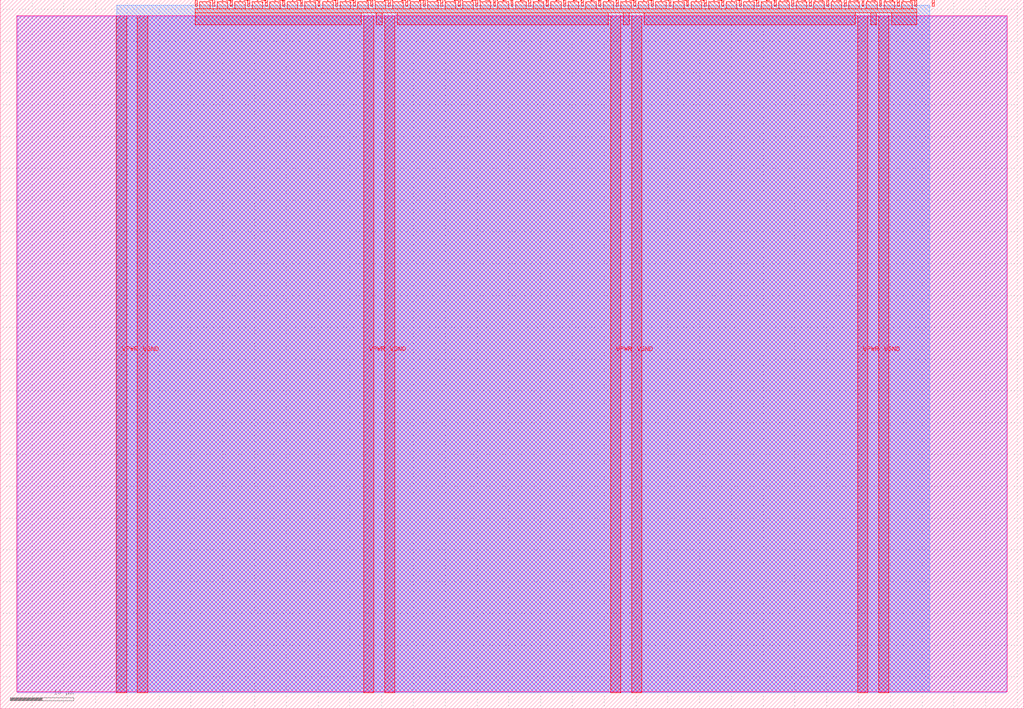
<source format=lef>
VERSION 5.7 ;
  NOWIREEXTENSIONATPIN ON ;
  DIVIDERCHAR "/" ;
  BUSBITCHARS "[]" ;
MACRO tt_um_wokwi_442987754017012737
  CLASS BLOCK ;
  FOREIGN tt_um_wokwi_442987754017012737 ;
  ORIGIN 0.000 0.000 ;
  SIZE 161.000 BY 111.520 ;
  PIN VGND
    DIRECTION INOUT ;
    USE GROUND ;
    PORT
      LAYER met4 ;
        RECT 21.580 2.480 23.180 109.040 ;
    END
    PORT
      LAYER met4 ;
        RECT 60.450 2.480 62.050 109.040 ;
    END
    PORT
      LAYER met4 ;
        RECT 99.320 2.480 100.920 109.040 ;
    END
    PORT
      LAYER met4 ;
        RECT 138.190 2.480 139.790 109.040 ;
    END
  END VGND
  PIN VPWR
    DIRECTION INOUT ;
    USE POWER ;
    PORT
      LAYER met4 ;
        RECT 18.280 2.480 19.880 109.040 ;
    END
    PORT
      LAYER met4 ;
        RECT 57.150 2.480 58.750 109.040 ;
    END
    PORT
      LAYER met4 ;
        RECT 96.020 2.480 97.620 109.040 ;
    END
    PORT
      LAYER met4 ;
        RECT 134.890 2.480 136.490 109.040 ;
    END
  END VPWR
  PIN clk
    DIRECTION INPUT ;
    USE SIGNAL ;
    ANTENNAGATEAREA 0.159000 ;
    PORT
      LAYER met4 ;
        RECT 143.830 110.520 144.130 111.520 ;
    END
  END clk
  PIN ena
    DIRECTION INPUT ;
    USE SIGNAL ;
    PORT
      LAYER met4 ;
        RECT 146.590 110.520 146.890 111.520 ;
    END
  END ena
  PIN rst_n
    DIRECTION INPUT ;
    USE SIGNAL ;
    ANTENNAGATEAREA 0.196500 ;
    PORT
      LAYER met4 ;
        RECT 141.070 110.520 141.370 111.520 ;
    END
  END rst_n
  PIN ui_in[0]
    DIRECTION INPUT ;
    USE SIGNAL ;
    ANTENNAGATEAREA 0.196500 ;
    PORT
      LAYER met4 ;
        RECT 138.310 110.520 138.610 111.520 ;
    END
  END ui_in[0]
  PIN ui_in[1]
    DIRECTION INPUT ;
    USE SIGNAL ;
    ANTENNAGATEAREA 0.196500 ;
    PORT
      LAYER met4 ;
        RECT 135.550 110.520 135.850 111.520 ;
    END
  END ui_in[1]
  PIN ui_in[2]
    DIRECTION INPUT ;
    USE SIGNAL ;
    ANTENNAGATEAREA 0.196500 ;
    PORT
      LAYER met4 ;
        RECT 132.790 110.520 133.090 111.520 ;
    END
  END ui_in[2]
  PIN ui_in[3]
    DIRECTION INPUT ;
    USE SIGNAL ;
    ANTENNAGATEAREA 0.196500 ;
    PORT
      LAYER met4 ;
        RECT 130.030 110.520 130.330 111.520 ;
    END
  END ui_in[3]
  PIN ui_in[4]
    DIRECTION INPUT ;
    USE SIGNAL ;
    ANTENNAGATEAREA 0.196500 ;
    PORT
      LAYER met4 ;
        RECT 127.270 110.520 127.570 111.520 ;
    END
  END ui_in[4]
  PIN ui_in[5]
    DIRECTION INPUT ;
    USE SIGNAL ;
    ANTENNAGATEAREA 0.196500 ;
    PORT
      LAYER met4 ;
        RECT 124.510 110.520 124.810 111.520 ;
    END
  END ui_in[5]
  PIN ui_in[6]
    DIRECTION INPUT ;
    USE SIGNAL ;
    ANTENNAGATEAREA 0.196500 ;
    PORT
      LAYER met4 ;
        RECT 121.750 110.520 122.050 111.520 ;
    END
  END ui_in[6]
  PIN ui_in[7]
    DIRECTION INPUT ;
    USE SIGNAL ;
    ANTENNAGATEAREA 0.196500 ;
    PORT
      LAYER met4 ;
        RECT 118.990 110.520 119.290 111.520 ;
    END
  END ui_in[7]
  PIN uio_in[0]
    DIRECTION INPUT ;
    USE SIGNAL ;
    PORT
      LAYER met4 ;
        RECT 116.230 110.520 116.530 111.520 ;
    END
  END uio_in[0]
  PIN uio_in[1]
    DIRECTION INPUT ;
    USE SIGNAL ;
    PORT
      LAYER met4 ;
        RECT 113.470 110.520 113.770 111.520 ;
    END
  END uio_in[1]
  PIN uio_in[2]
    DIRECTION INPUT ;
    USE SIGNAL ;
    PORT
      LAYER met4 ;
        RECT 110.710 110.520 111.010 111.520 ;
    END
  END uio_in[2]
  PIN uio_in[3]
    DIRECTION INPUT ;
    USE SIGNAL ;
    PORT
      LAYER met4 ;
        RECT 107.950 110.520 108.250 111.520 ;
    END
  END uio_in[3]
  PIN uio_in[4]
    DIRECTION INPUT ;
    USE SIGNAL ;
    PORT
      LAYER met4 ;
        RECT 105.190 110.520 105.490 111.520 ;
    END
  END uio_in[4]
  PIN uio_in[5]
    DIRECTION INPUT ;
    USE SIGNAL ;
    PORT
      LAYER met4 ;
        RECT 102.430 110.520 102.730 111.520 ;
    END
  END uio_in[5]
  PIN uio_in[6]
    DIRECTION INPUT ;
    USE SIGNAL ;
    PORT
      LAYER met4 ;
        RECT 99.670 110.520 99.970 111.520 ;
    END
  END uio_in[6]
  PIN uio_in[7]
    DIRECTION INPUT ;
    USE SIGNAL ;
    PORT
      LAYER met4 ;
        RECT 96.910 110.520 97.210 111.520 ;
    END
  END uio_in[7]
  PIN uio_oe[0]
    DIRECTION OUTPUT ;
    USE SIGNAL ;
    PORT
      LAYER met4 ;
        RECT 49.990 110.520 50.290 111.520 ;
    END
  END uio_oe[0]
  PIN uio_oe[1]
    DIRECTION OUTPUT ;
    USE SIGNAL ;
    PORT
      LAYER met4 ;
        RECT 47.230 110.520 47.530 111.520 ;
    END
  END uio_oe[1]
  PIN uio_oe[2]
    DIRECTION OUTPUT ;
    USE SIGNAL ;
    PORT
      LAYER met4 ;
        RECT 44.470 110.520 44.770 111.520 ;
    END
  END uio_oe[2]
  PIN uio_oe[3]
    DIRECTION OUTPUT ;
    USE SIGNAL ;
    PORT
      LAYER met4 ;
        RECT 41.710 110.520 42.010 111.520 ;
    END
  END uio_oe[3]
  PIN uio_oe[4]
    DIRECTION OUTPUT ;
    USE SIGNAL ;
    PORT
      LAYER met4 ;
        RECT 38.950 110.520 39.250 111.520 ;
    END
  END uio_oe[4]
  PIN uio_oe[5]
    DIRECTION OUTPUT ;
    USE SIGNAL ;
    PORT
      LAYER met4 ;
        RECT 36.190 110.520 36.490 111.520 ;
    END
  END uio_oe[5]
  PIN uio_oe[6]
    DIRECTION OUTPUT ;
    USE SIGNAL ;
    PORT
      LAYER met4 ;
        RECT 33.430 110.520 33.730 111.520 ;
    END
  END uio_oe[6]
  PIN uio_oe[7]
    DIRECTION OUTPUT ;
    USE SIGNAL ;
    PORT
      LAYER met4 ;
        RECT 30.670 110.520 30.970 111.520 ;
    END
  END uio_oe[7]
  PIN uio_out[0]
    DIRECTION OUTPUT ;
    USE SIGNAL ;
    PORT
      LAYER met4 ;
        RECT 72.070 110.520 72.370 111.520 ;
    END
  END uio_out[0]
  PIN uio_out[1]
    DIRECTION OUTPUT ;
    USE SIGNAL ;
    PORT
      LAYER met4 ;
        RECT 69.310 110.520 69.610 111.520 ;
    END
  END uio_out[1]
  PIN uio_out[2]
    DIRECTION OUTPUT ;
    USE SIGNAL ;
    PORT
      LAYER met4 ;
        RECT 66.550 110.520 66.850 111.520 ;
    END
  END uio_out[2]
  PIN uio_out[3]
    DIRECTION OUTPUT ;
    USE SIGNAL ;
    PORT
      LAYER met4 ;
        RECT 63.790 110.520 64.090 111.520 ;
    END
  END uio_out[3]
  PIN uio_out[4]
    DIRECTION OUTPUT ;
    USE SIGNAL ;
    PORT
      LAYER met4 ;
        RECT 61.030 110.520 61.330 111.520 ;
    END
  END uio_out[4]
  PIN uio_out[5]
    DIRECTION OUTPUT ;
    USE SIGNAL ;
    PORT
      LAYER met4 ;
        RECT 58.270 110.520 58.570 111.520 ;
    END
  END uio_out[5]
  PIN uio_out[6]
    DIRECTION OUTPUT ;
    USE SIGNAL ;
    PORT
      LAYER met4 ;
        RECT 55.510 110.520 55.810 111.520 ;
    END
  END uio_out[6]
  PIN uio_out[7]
    DIRECTION OUTPUT ;
    USE SIGNAL ;
    PORT
      LAYER met4 ;
        RECT 52.750 110.520 53.050 111.520 ;
    END
  END uio_out[7]
  PIN uo_out[0]
    DIRECTION OUTPUT ;
    USE SIGNAL ;
    ANTENNADIFFAREA 0.445500 ;
    PORT
      LAYER met4 ;
        RECT 94.150 110.520 94.450 111.520 ;
    END
  END uo_out[0]
  PIN uo_out[1]
    DIRECTION OUTPUT ;
    USE SIGNAL ;
    ANTENNADIFFAREA 0.445500 ;
    PORT
      LAYER met4 ;
        RECT 91.390 110.520 91.690 111.520 ;
    END
  END uo_out[1]
  PIN uo_out[2]
    DIRECTION OUTPUT ;
    USE SIGNAL ;
    ANTENNADIFFAREA 0.445500 ;
    PORT
      LAYER met4 ;
        RECT 88.630 110.520 88.930 111.520 ;
    END
  END uo_out[2]
  PIN uo_out[3]
    DIRECTION OUTPUT ;
    USE SIGNAL ;
    ANTENNADIFFAREA 0.445500 ;
    PORT
      LAYER met4 ;
        RECT 85.870 110.520 86.170 111.520 ;
    END
  END uo_out[3]
  PIN uo_out[4]
    DIRECTION OUTPUT ;
    USE SIGNAL ;
    ANTENNADIFFAREA 0.445500 ;
    PORT
      LAYER met4 ;
        RECT 83.110 110.520 83.410 111.520 ;
    END
  END uo_out[4]
  PIN uo_out[5]
    DIRECTION OUTPUT ;
    USE SIGNAL ;
    ANTENNADIFFAREA 0.445500 ;
    PORT
      LAYER met4 ;
        RECT 80.350 110.520 80.650 111.520 ;
    END
  END uo_out[5]
  PIN uo_out[6]
    DIRECTION OUTPUT ;
    USE SIGNAL ;
    ANTENNADIFFAREA 0.445500 ;
    PORT
      LAYER met4 ;
        RECT 77.590 110.520 77.890 111.520 ;
    END
  END uo_out[6]
  PIN uo_out[7]
    DIRECTION OUTPUT ;
    USE SIGNAL ;
    ANTENNADIFFAREA 0.445500 ;
    PORT
      LAYER met4 ;
        RECT 74.830 110.520 75.130 111.520 ;
    END
  END uo_out[7]
  OBS
      LAYER nwell ;
        RECT 2.570 2.635 158.430 108.990 ;
      LAYER li1 ;
        RECT 2.760 2.635 158.240 108.885 ;
      LAYER met1 ;
        RECT 2.760 2.480 158.240 109.040 ;
      LAYER met2 ;
        RECT 18.310 2.535 146.190 110.685 ;
      LAYER met3 ;
        RECT 18.290 2.555 146.215 110.665 ;
      LAYER met4 ;
        RECT 31.370 110.120 33.030 111.170 ;
        RECT 34.130 110.120 35.790 111.170 ;
        RECT 36.890 110.120 38.550 111.170 ;
        RECT 39.650 110.120 41.310 111.170 ;
        RECT 42.410 110.120 44.070 111.170 ;
        RECT 45.170 110.120 46.830 111.170 ;
        RECT 47.930 110.120 49.590 111.170 ;
        RECT 50.690 110.120 52.350 111.170 ;
        RECT 53.450 110.120 55.110 111.170 ;
        RECT 56.210 110.120 57.870 111.170 ;
        RECT 58.970 110.120 60.630 111.170 ;
        RECT 61.730 110.120 63.390 111.170 ;
        RECT 64.490 110.120 66.150 111.170 ;
        RECT 67.250 110.120 68.910 111.170 ;
        RECT 70.010 110.120 71.670 111.170 ;
        RECT 72.770 110.120 74.430 111.170 ;
        RECT 75.530 110.120 77.190 111.170 ;
        RECT 78.290 110.120 79.950 111.170 ;
        RECT 81.050 110.120 82.710 111.170 ;
        RECT 83.810 110.120 85.470 111.170 ;
        RECT 86.570 110.120 88.230 111.170 ;
        RECT 89.330 110.120 90.990 111.170 ;
        RECT 92.090 110.120 93.750 111.170 ;
        RECT 94.850 110.120 96.510 111.170 ;
        RECT 97.610 110.120 99.270 111.170 ;
        RECT 100.370 110.120 102.030 111.170 ;
        RECT 103.130 110.120 104.790 111.170 ;
        RECT 105.890 110.120 107.550 111.170 ;
        RECT 108.650 110.120 110.310 111.170 ;
        RECT 111.410 110.120 113.070 111.170 ;
        RECT 114.170 110.120 115.830 111.170 ;
        RECT 116.930 110.120 118.590 111.170 ;
        RECT 119.690 110.120 121.350 111.170 ;
        RECT 122.450 110.120 124.110 111.170 ;
        RECT 125.210 110.120 126.870 111.170 ;
        RECT 127.970 110.120 129.630 111.170 ;
        RECT 130.730 110.120 132.390 111.170 ;
        RECT 133.490 110.120 135.150 111.170 ;
        RECT 136.250 110.120 137.910 111.170 ;
        RECT 139.010 110.120 140.670 111.170 ;
        RECT 141.770 110.120 143.430 111.170 ;
        RECT 30.655 109.440 144.145 110.120 ;
        RECT 30.655 107.615 56.750 109.440 ;
        RECT 59.150 107.615 60.050 109.440 ;
        RECT 62.450 107.615 95.620 109.440 ;
        RECT 98.020 107.615 98.920 109.440 ;
        RECT 101.320 107.615 134.490 109.440 ;
        RECT 136.890 107.615 137.790 109.440 ;
        RECT 140.190 107.615 144.145 109.440 ;
  END
END tt_um_wokwi_442987754017012737
END LIBRARY


</source>
